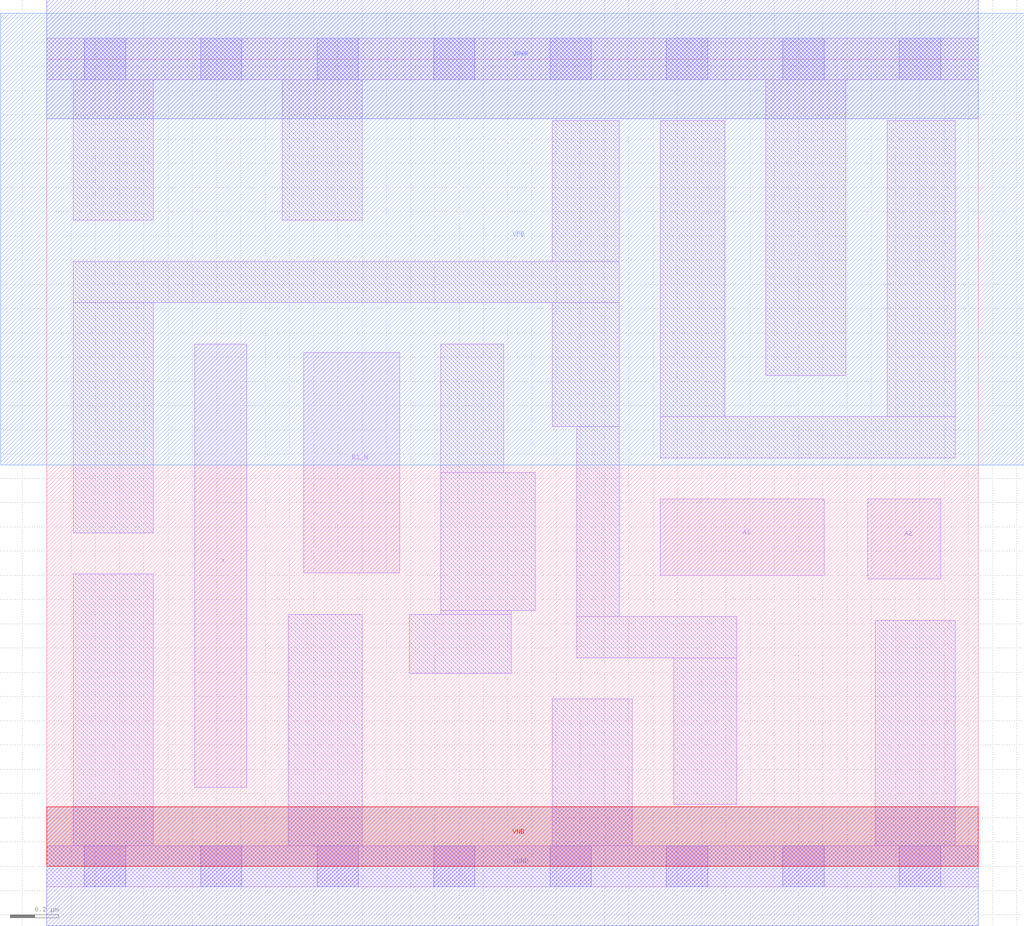
<source format=lef>
# Copyright 2020 The SkyWater PDK Authors
#
# Licensed under the Apache License, Version 2.0 (the "License");
# you may not use this file except in compliance with the License.
# You may obtain a copy of the License at
#
#     https://www.apache.org/licenses/LICENSE-2.0
#
# Unless required by applicable law or agreed to in writing, software
# distributed under the License is distributed on an "AS IS" BASIS,
# WITHOUT WARRANTIES OR CONDITIONS OF ANY KIND, either express or implied.
# See the License for the specific language governing permissions and
# limitations under the License.
#
# SPDX-License-Identifier: Apache-2.0

VERSION 5.7 ;
  NOWIREEXTENSIONATPIN ON ;
  DIVIDERCHAR "/" ;
  BUSBITCHARS "[]" ;
MACRO sky130_fd_sc_lp__a21bo_2
  CLASS CORE ;
  FOREIGN sky130_fd_sc_lp__a21bo_2 ;
  ORIGIN  0.000000  0.000000 ;
  SIZE  3.840000 BY  3.330000 ;
  SYMMETRY X Y R90 ;
  SITE unit ;
  PIN A1
    ANTENNAGATEAREA  0.315000 ;
    DIRECTION INPUT ;
    USE SIGNAL ;
    PORT
      LAYER li1 ;
        RECT 2.530000 1.200000 3.205000 1.515000 ;
    END
  END A1
  PIN A2
    ANTENNAGATEAREA  0.315000 ;
    DIRECTION INPUT ;
    USE SIGNAL ;
    PORT
      LAYER li1 ;
        RECT 3.385000 1.185000 3.685000 1.515000 ;
    END
  END A2
  PIN B1_N
    ANTENNAGATEAREA  0.126000 ;
    DIRECTION INPUT ;
    USE SIGNAL ;
    PORT
      LAYER li1 ;
        RECT 1.060000 1.210000 1.455000 2.120000 ;
    END
  END B1_N
  PIN X
    ANTENNADIFFAREA  0.588000 ;
    DIRECTION OUTPUT ;
    USE SIGNAL ;
    PORT
      LAYER li1 ;
        RECT 0.610000 0.325000 0.825000 2.155000 ;
    END
  END X
  PIN VGND
    DIRECTION INOUT ;
    USE GROUND ;
    PORT
      LAYER met1 ;
        RECT 0.000000 -0.245000 3.840000 0.245000 ;
    END
  END VGND
  PIN VNB
    DIRECTION INOUT ;
    USE GROUND ;
    PORT
      LAYER pwell ;
        RECT 0.000000 0.000000 3.840000 0.245000 ;
    END
  END VNB
  PIN VPB
    DIRECTION INOUT ;
    USE POWER ;
    PORT
      LAYER nwell ;
        RECT -0.190000 1.655000 4.030000 3.520000 ;
    END
  END VPB
  PIN VPWR
    DIRECTION INOUT ;
    USE POWER ;
    PORT
      LAYER met1 ;
        RECT 0.000000 3.085000 3.840000 3.575000 ;
    END
  END VPWR
  OBS
    LAYER li1 ;
      RECT 0.000000 -0.085000 3.840000 0.085000 ;
      RECT 0.000000  3.245000 3.840000 3.415000 ;
      RECT 0.110000  0.085000 0.440000 1.205000 ;
      RECT 0.110000  1.375000 0.440000 2.325000 ;
      RECT 0.110000  2.325000 2.360000 2.495000 ;
      RECT 0.110000  2.665000 0.440000 3.245000 ;
      RECT 0.970000  2.665000 1.300000 3.245000 ;
      RECT 0.995000  0.085000 1.300000 1.040000 ;
      RECT 1.495000  0.795000 1.915000 1.040000 ;
      RECT 1.625000  1.040000 1.915000 1.055000 ;
      RECT 1.625000  1.055000 2.015000 1.625000 ;
      RECT 1.625000  1.625000 1.885000 2.155000 ;
      RECT 2.085000  0.085000 2.415000 0.690000 ;
      RECT 2.085000  1.815000 2.360000 2.325000 ;
      RECT 2.085000  2.495000 2.360000 3.075000 ;
      RECT 2.185000  0.860000 2.845000 1.030000 ;
      RECT 2.185000  1.030000 2.360000 1.815000 ;
      RECT 2.530000  1.685000 3.745000 1.855000 ;
      RECT 2.530000  1.855000 2.795000 3.075000 ;
      RECT 2.585000  0.255000 2.845000 0.860000 ;
      RECT 2.965000  2.025000 3.295000 3.245000 ;
      RECT 3.415000  0.085000 3.745000 1.015000 ;
      RECT 3.465000  1.855000 3.745000 3.075000 ;
    LAYER mcon ;
      RECT 0.155000 -0.085000 0.325000 0.085000 ;
      RECT 0.155000  3.245000 0.325000 3.415000 ;
      RECT 0.635000 -0.085000 0.805000 0.085000 ;
      RECT 0.635000  3.245000 0.805000 3.415000 ;
      RECT 1.115000 -0.085000 1.285000 0.085000 ;
      RECT 1.115000  3.245000 1.285000 3.415000 ;
      RECT 1.595000 -0.085000 1.765000 0.085000 ;
      RECT 1.595000  3.245000 1.765000 3.415000 ;
      RECT 2.075000 -0.085000 2.245000 0.085000 ;
      RECT 2.075000  3.245000 2.245000 3.415000 ;
      RECT 2.555000 -0.085000 2.725000 0.085000 ;
      RECT 2.555000  3.245000 2.725000 3.415000 ;
      RECT 3.035000 -0.085000 3.205000 0.085000 ;
      RECT 3.035000  3.245000 3.205000 3.415000 ;
      RECT 3.515000 -0.085000 3.685000 0.085000 ;
      RECT 3.515000  3.245000 3.685000 3.415000 ;
  END
END sky130_fd_sc_lp__a21bo_2
END LIBRARY

</source>
